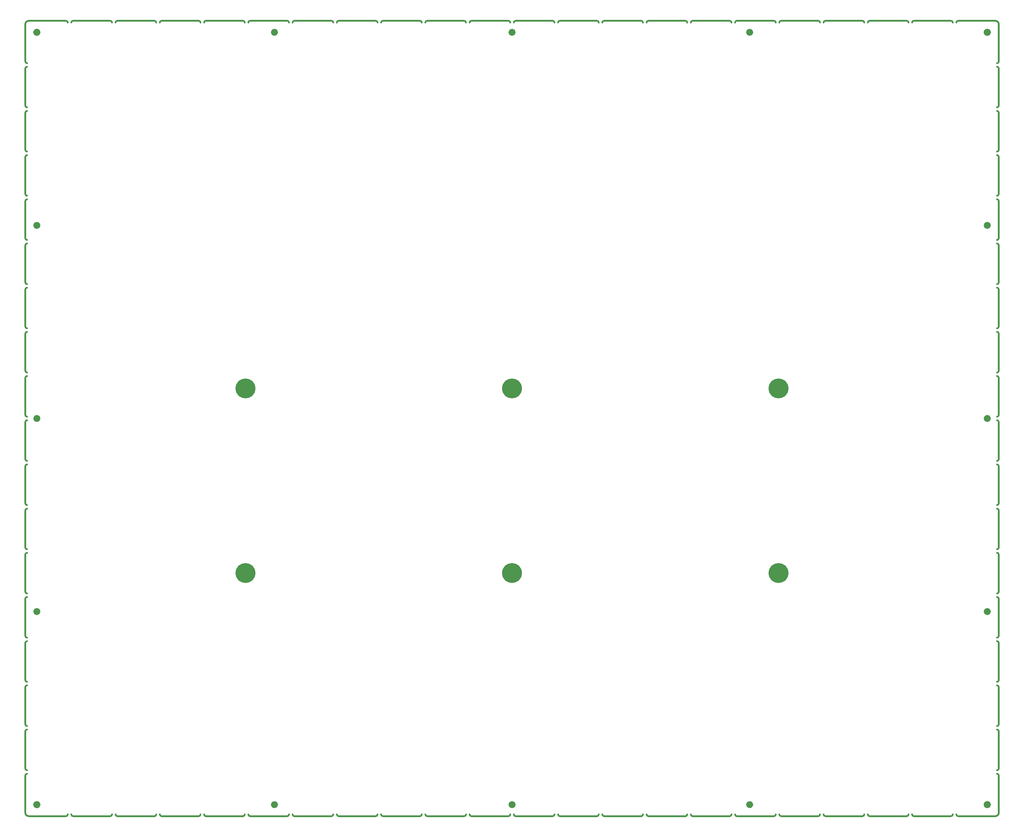
<source format=gbp>
G04 #@! TF.GenerationSoftware,KiCad,Pcbnew,8.0.4+1*
G04 #@! TF.CreationDate,2024-10-16T16:46:03+00:00*
G04 #@! TF.ProjectId,stencil,7374656e-6369-46c2-9e6b-696361645f70,4.0.0*
G04 #@! TF.SameCoordinates,Original*
G04 #@! TF.FileFunction,Paste,Bot*
G04 #@! TF.FilePolarity,Positive*
%FSLAX46Y46*%
G04 Gerber Fmt 4.6, Leading zero omitted, Abs format (unit mm)*
G04 Created by KiCad (PCBNEW 8.0.4+1) date 2024-10-16 16:46:03*
%MOMM*%
%LPD*%
G01*
G04 APERTURE LIST*
%ADD10C,0.500000*%
%ADD11C,1.000000*%
%ADD12C,1.050000*%
%ADD13C,5.600000*%
G04 APERTURE END LIST*
D10*
X-50005615Y54494389D02*
G75*
G02*
X-49505615Y54994389I500001J-1D01*
G01*
X-12141980Y166994385D02*
G75*
G02*
X-11641980Y167494350I499965J0D01*
G01*
X-50005615Y66938833D02*
G75*
G02*
X-49505615Y67438833I500001J-1D01*
G01*
D11*
X-46255615Y109869385D02*
G75*
G02*
X-47255615Y109869385I-500000J0D01*
G01*
X-47255615Y109869385D02*
G75*
G02*
X-46255615Y109869385I500000J0D01*
G01*
D10*
X-50005615Y66938833D02*
X-50005615Y56494389D01*
X-50005615Y166494385D02*
X-50005615Y156049941D01*
X-50005615Y-32616719D02*
G75*
G02*
X-49505615Y-32116719I500001J-1D01*
G01*
X-26096525Y167494385D02*
G75*
G02*
X-25596525Y166994385I-1J-500001D01*
G01*
D11*
X87494385Y164244385D02*
G75*
G02*
X86494385Y164244385I-500000J0D01*
G01*
X86494385Y164244385D02*
G75*
G02*
X87494385Y164244385I500000J0D01*
G01*
D10*
X223494385Y154549941D02*
G75*
G02*
X223994341Y154049941I0J-499956D01*
G01*
X98448925Y167494385D02*
G75*
G02*
X98948885Y166994385I-40J-500000D01*
G01*
X-49505615Y105772165D02*
G75*
G02*
X-50005615Y106272165I1J500001D01*
G01*
X223994385Y4716613D02*
X223994385Y-5727831D01*
X223994385Y143605497D02*
G75*
G02*
X223494385Y143105485I-500000J-12D01*
G01*
X161221650Y-56005615D02*
G75*
G02*
X160721650Y-56505580I-499965J0D01*
G01*
X312565Y166994385D02*
G75*
G02*
X812565Y167494405I500020J0D01*
G01*
X223994385Y6716613D02*
G75*
G02*
X223494385Y6216585I-500000J-28D01*
G01*
X150267105Y-56505615D02*
G75*
G02*
X149767085Y-56005615I-20J500000D01*
G01*
X38176200Y167494385D02*
X48630745Y167494385D01*
X173676195Y-56005615D02*
G75*
G02*
X173176195Y-56505625I-500010J0D01*
G01*
X87994380Y-56505615D02*
X98448925Y-56505615D01*
X125358015Y167494385D02*
X135812560Y167494385D01*
X73539835Y167494385D02*
G75*
G02*
X74039785Y166994385I-50J-500000D01*
G01*
X-687435Y-56005615D02*
G75*
G02*
X-1187435Y-56505595I-499980J0D01*
G01*
X63085290Y-56505615D02*
X73539835Y-56505615D01*
X223494385Y104772165D02*
G75*
G02*
X223994365Y104272165I0J-499980D01*
G01*
X-38051070Y-56005615D02*
G75*
G02*
X-38551070Y-56505615I-500001J1D01*
G01*
X-50005615Y17161057D02*
X-50005615Y6716613D01*
X-49505615Y55994389D02*
G75*
G02*
X-50005615Y56494389I1J500001D01*
G01*
X223994385Y56494389D02*
G75*
G02*
X223494385Y55994385I-500000J-4D01*
G01*
X223994385Y129161053D02*
X223994385Y118716609D01*
X-49505615Y68438833D02*
G75*
G02*
X-50005615Y68938833I1J500001D01*
G01*
X87994380Y-56505615D02*
G75*
G02*
X87494385Y-56005615I5J500000D01*
G01*
X-13141980Y-56005615D02*
G75*
G02*
X-13641980Y-56505620I-500005J0D01*
G01*
X174676195Y166994385D02*
G75*
G02*
X175176195Y167494375I499990J0D01*
G01*
X162221650Y166994385D02*
G75*
G02*
X162721650Y167494420I500035J0D01*
G01*
X-13641980Y167494385D02*
G75*
G02*
X-13141985Y166994385I-5J-500000D01*
G01*
X149767105Y166994385D02*
G75*
G02*
X150267105Y167494365I499980J0D01*
G01*
X112903470Y-56505615D02*
G75*
G02*
X112403485Y-56005615I15J500000D01*
G01*
X62585290Y166994385D02*
G75*
G02*
X63085290Y167494380I499995J0D01*
G01*
X-50005615Y91827721D02*
X-50005615Y81383277D01*
X75539835Y-56505615D02*
G75*
G02*
X75039885Y-56005615I50J500000D01*
G01*
X223994385Y-45061163D02*
X223994385Y-55505607D01*
X223494385Y42549945D02*
G75*
G02*
X223994345Y42049945I0J-499960D01*
G01*
X-50005615Y79383277D02*
G75*
G02*
X-49505615Y79883277I500001J-1D01*
G01*
X223994385Y44049945D02*
G75*
G02*
X223494385Y43549985I-500000J40D01*
G01*
X112903470Y167494385D02*
X123358015Y167494385D01*
X162721650Y167494385D02*
X173176195Y167494385D01*
X-24096525Y167494385D02*
X-13641980Y167494385D01*
X-50005615Y154049941D02*
X-50005615Y143605497D01*
X223994385Y93827721D02*
G75*
G02*
X223494385Y93327685I-500000J-36D01*
G01*
X223994385Y31605501D02*
G75*
G02*
X223494385Y31105485I-500000J-16D01*
G01*
X137312560Y166994385D02*
G75*
G02*
X137812560Y167494410I500025J0D01*
G01*
X38176200Y-56505615D02*
X48630745Y-56505615D01*
X-50005615Y29605501D02*
G75*
G02*
X-49505615Y30105501I500001J-1D01*
G01*
X-11641980Y-56505615D02*
G75*
G02*
X-12142015Y-56005615I-35J500000D01*
G01*
X212539830Y-56505615D02*
G75*
G02*
X212039785Y-56005615I-45J500000D01*
G01*
X-50005615Y54494389D02*
X-50005615Y44049945D01*
D11*
X221244385Y109869385D02*
G75*
G02*
X220244385Y109869385I-500000J0D01*
G01*
X220244385Y109869385D02*
G75*
G02*
X221244385Y109869385I500000J0D01*
G01*
D10*
X-36551070Y-56505615D02*
X-26096525Y-56505615D01*
X11267110Y167494385D02*
G75*
G02*
X11767085Y166994385I-25J-500000D01*
G01*
X223994385Y91827721D02*
X223994385Y81383277D01*
X112903470Y-56505615D02*
X123358015Y-56505615D01*
D12*
X221269385Y-53255615D02*
G75*
G02*
X220219385Y-53255615I-525000J0D01*
G01*
X220219385Y-53255615D02*
G75*
G02*
X221269385Y-53255615I525000J0D01*
G01*
D10*
X-50005615Y17161057D02*
G75*
G02*
X-49505615Y17661057I500001J-1D01*
G01*
X223494385Y5216613D02*
G75*
G02*
X223994413Y4716613I0J-500028D01*
G01*
X187130740Y166994385D02*
G75*
G02*
X187630740Y167494430I500045J0D01*
G01*
X198085285Y167494385D02*
G75*
G02*
X198585285Y166994385I0J-500000D01*
G01*
X-24096525Y-56505615D02*
G75*
G02*
X-24596525Y-56005615I1J500001D01*
G01*
X200085285Y-56505615D02*
X210539830Y-56505615D01*
X-50005615Y116716609D02*
G75*
G02*
X-49505615Y117216609I500001J-1D01*
G01*
X100448925Y-56505615D02*
X110903470Y-56505615D01*
X25721655Y-56505615D02*
G75*
G02*
X25221685Y-56005615I30J500000D01*
G01*
X223494385Y117216609D02*
G75*
G02*
X223994409Y116716609I0J-500024D01*
G01*
X223494385Y-7227831D02*
G75*
G02*
X223994369Y-7727831I0J-499984D01*
G01*
X-37051070Y166994385D02*
G75*
G02*
X-36551070Y167494385I500001J-1D01*
G01*
X136312560Y-56005615D02*
G75*
G02*
X135812560Y-56505590I-499975J0D01*
G01*
X-49005615Y167494385D02*
X-38551070Y167494385D01*
X50130745Y166994385D02*
G75*
G02*
X50630745Y167494425I500040J0D01*
G01*
X125358015Y-56505615D02*
G75*
G02*
X124857985Y-56005615I-30J500000D01*
G01*
X173176195Y167494385D02*
G75*
G02*
X173676185Y166994385I-10J-500000D01*
G01*
X111403470Y-56005615D02*
G75*
G02*
X110903470Y-56505600I-499985J0D01*
G01*
X200085285Y167494385D02*
X210539830Y167494385D01*
X187630740Y-56505615D02*
G75*
G02*
X187130785Y-56005615I45J500000D01*
G01*
X223994385Y-32616719D02*
X223994385Y-43061163D01*
X-25596525Y-56005615D02*
G75*
G02*
X-26096525Y-56505615I-500001J1D01*
G01*
X223994385Y42049945D02*
X223994385Y31605501D01*
X187630740Y-56505615D02*
X198085285Y-56505615D01*
X223494385Y54994389D02*
G75*
G02*
X223994389Y54494389I0J-500004D01*
G01*
X223494385Y129661053D02*
G75*
G02*
X223994353Y129161053I0J-499968D01*
G01*
X223494385Y17661057D02*
G75*
G02*
X223994357Y17161057I0J-499972D01*
G01*
X223994385Y-43061163D02*
G75*
G02*
X223494385Y-43561115I-500000J48D01*
G01*
X137812560Y-56505615D02*
G75*
G02*
X137312585Y-56005615I25J500000D01*
G01*
X-49505615Y118216609D02*
G75*
G02*
X-50005615Y118716609I1J500001D01*
G01*
X61085290Y167494385D02*
G75*
G02*
X61585285Y166994385I-5J-500000D01*
G01*
X-49505615Y-31116719D02*
G75*
G02*
X-50005615Y-30616719I1J500001D01*
G01*
X199585285Y166994385D02*
G75*
G02*
X200085285Y167494385I500000J0D01*
G01*
X223494385Y-44561163D02*
G75*
G02*
X223994337Y-45061163I0J-499952D01*
G01*
X-50005615Y42049945D02*
G75*
G02*
X-49505615Y42549945I500001J-1D01*
G01*
X160721650Y167494385D02*
G75*
G02*
X161221685Y166994385I35J-500000D01*
G01*
X223494385Y-19672275D02*
G75*
G02*
X223994425Y-20172275I0J-500040D01*
G01*
X223494385Y79883277D02*
G75*
G02*
X223994377Y79383277I0J-499992D01*
G01*
X75539835Y-56505615D02*
X85994380Y-56505615D01*
X812565Y-56505615D02*
G75*
G02*
X312585Y-56005615I20J500000D01*
G01*
X86494380Y-56005615D02*
G75*
G02*
X85994380Y-56505610I-499995J0D01*
G01*
X-50005615Y154049941D02*
G75*
G02*
X-49505615Y154549941I500001J-1D01*
G01*
X11767110Y-56005615D02*
G75*
G02*
X11267110Y-56505640I-500025J0D01*
G01*
X-49505615Y6216613D02*
G75*
G02*
X-50005615Y6716613I1J500001D01*
G01*
X-50005615Y129161053D02*
G75*
G02*
X-49505615Y129661053I500001J-1D01*
G01*
X61585290Y-56005615D02*
G75*
G02*
X61085290Y-56505620I-500005J0D01*
G01*
X-50005615Y91827721D02*
G75*
G02*
X-49505615Y92327721I500001J-1D01*
G01*
X137812560Y167494385D02*
X148267105Y167494385D01*
X-24096525Y-56505615D02*
X-13641980Y-56505615D01*
X-50005615Y79383277D02*
X-50005615Y68938833D01*
X112403470Y166994385D02*
G75*
G02*
X112903470Y167494400I500015J0D01*
G01*
X-38551070Y167494385D02*
G75*
G02*
X-38051070Y166994385I-1J-500001D01*
G01*
X223994385Y-7727831D02*
X223994385Y-18172275D01*
X223994385Y116716609D02*
X223994385Y106272165D01*
X150267105Y-56505615D02*
X160721650Y-56505615D01*
X223994385Y54494389D02*
X223994385Y44049945D01*
X87494380Y166994385D02*
G75*
G02*
X87994380Y167494390I500005J0D01*
G01*
X198585285Y-56005615D02*
G75*
G02*
X198085285Y-56505615I-500000J0D01*
G01*
X223994385Y81383277D02*
G75*
G02*
X223494385Y80883285I-500000J8D01*
G01*
X-50005615Y104272165D02*
G75*
G02*
X-49505615Y104772165I500001J-1D01*
G01*
D11*
X154369385Y164244385D02*
G75*
G02*
X153369385Y164244385I-500000J0D01*
G01*
X153369385Y164244385D02*
G75*
G02*
X154369385Y164244385I500000J0D01*
G01*
D10*
X36676200Y-56005615D02*
G75*
G02*
X36176200Y-56505630I-500015J0D01*
G01*
X175176195Y-56505615D02*
X185630740Y-56505615D01*
X-50005615Y-7727831D02*
G75*
G02*
X-49505615Y-7227831I500001J-1D01*
G01*
D11*
X221244385Y55494385D02*
G75*
G02*
X220244385Y55494385I-500000J0D01*
G01*
X220244385Y55494385D02*
G75*
G02*
X221244385Y55494385I500000J0D01*
G01*
D10*
X49130745Y-56005615D02*
G75*
G02*
X48630745Y-56505575I-499960J0D01*
G01*
X223994385Y79383277D02*
X223994385Y68938833D01*
X812565Y167494385D02*
X11267110Y167494385D01*
X125358015Y-56505615D02*
X135812560Y-56505615D01*
X13267110Y167494385D02*
X23721655Y167494385D01*
X124858015Y166994385D02*
G75*
G02*
X125358015Y167494355I499970J0D01*
G01*
X24221655Y-56005615D02*
G75*
G02*
X23721655Y-56505585I-499970J0D01*
G01*
X223994385Y68938833D02*
G75*
G02*
X223494385Y68438785I-500000J-48D01*
G01*
X110903470Y167494385D02*
G75*
G02*
X111403485Y166994385I15J-500000D01*
G01*
X123358015Y167494385D02*
G75*
G02*
X123857985Y166994385I-30J-500000D01*
G01*
X48630745Y167494385D02*
G75*
G02*
X49130785Y166994385I40J-500000D01*
G01*
X212539830Y167494385D02*
X222994375Y167494385D01*
X223994385Y17161057D02*
X223994385Y6716613D01*
X135812560Y167494385D02*
G75*
G02*
X136312585Y166994385I25J-500000D01*
G01*
X-49505615Y93327721D02*
G75*
G02*
X-50005615Y93827721I1J500001D01*
G01*
X-24596525Y166994385D02*
G75*
G02*
X-24096525Y167494385I500001J-1D01*
G01*
X-50005615Y116716609D02*
X-50005615Y106272165D01*
X812565Y-56505615D02*
X11267110Y-56505615D01*
X223994385Y131161053D02*
G75*
G02*
X223494385Y130661085I-500000J32D01*
G01*
X223994385Y156049941D02*
G75*
G02*
X223494385Y155549985I-500000J44D01*
G01*
X123858015Y-56005615D02*
G75*
G02*
X123358015Y-56505645I-500030J0D01*
G01*
X-50005615Y4716613D02*
X-50005615Y-5727831D01*
X162721650Y-56505615D02*
X173176195Y-56505615D01*
X-50005615Y-7727831D02*
X-50005615Y-18172275D01*
X185630740Y167494385D02*
G75*
G02*
X186130785Y166994385I45J-500000D01*
G01*
X37676200Y166994385D02*
G75*
G02*
X38176200Y167494370I499985J0D01*
G01*
X13267110Y-56505615D02*
G75*
G02*
X12767085Y-56005615I-25J500000D01*
G01*
X148767105Y-56005615D02*
G75*
G02*
X148267105Y-56505635I-500020J0D01*
G01*
X-49505615Y18661057D02*
G75*
G02*
X-50005615Y19161057I1J500001D01*
G01*
X-50005615Y129161053D02*
X-50005615Y118716609D01*
X-49505615Y-6227831D02*
G75*
G02*
X-50005615Y-5727831I1J500001D01*
G01*
X223494385Y67438833D02*
G75*
G02*
X223994433Y66938833I0J-500048D01*
G01*
X63085290Y-56505615D02*
G75*
G02*
X62585285Y-56005615I-5J500000D01*
G01*
D11*
X87494385Y-53255615D02*
G75*
G02*
X86494385Y-53255615I-500000J0D01*
G01*
X86494385Y-53255615D02*
G75*
G02*
X87494385Y-53255615I500000J0D01*
G01*
D10*
X12767110Y166994385D02*
G75*
G02*
X13267110Y167494360I499975J0D01*
G01*
X223994385Y141605497D02*
X223994385Y131161053D01*
X148267105Y167494385D02*
G75*
G02*
X148767085Y166994385I-20J-500000D01*
G01*
X-50005615Y141605497D02*
G75*
G02*
X-49505615Y142105497I500001J-1D01*
G01*
X75039835Y166994385D02*
G75*
G02*
X75539835Y167494435I500050J0D01*
G01*
X223994385Y66938833D02*
X223994385Y56494389D01*
X85994380Y167494385D02*
G75*
G02*
X86494385Y166994385I5J-500000D01*
G01*
X99948925Y166994385D02*
G75*
G02*
X100448925Y167494345I499960J0D01*
G01*
X-49005615Y-56505615D02*
X-38551070Y-56505615D01*
X-49505615Y-18672275D02*
G75*
G02*
X-50005615Y-18172275I1J500001D01*
G01*
X-49505615Y-43561163D02*
G75*
G02*
X-50005615Y-43061163I1J500001D01*
G01*
X210539830Y167494385D02*
G75*
G02*
X211039785Y166994385I-45J-500000D01*
G01*
X75539835Y167494385D02*
X85994380Y167494385D01*
X-1187435Y167494385D02*
G75*
G02*
X-687415Y166994385I20J-500000D01*
G01*
X50630745Y-56505615D02*
G75*
G02*
X50130785Y-56005615I40J500000D01*
G01*
X186130740Y-56005615D02*
G75*
G02*
X185630740Y-56505570I-499955J0D01*
G01*
X-50005615Y-45061163D02*
X-50005615Y-55505607D01*
X-49005615Y-56505615D02*
G75*
G02*
X-50005615Y-55505615I-1J999999D01*
G01*
X-36551070Y-56505615D02*
G75*
G02*
X-37051070Y-56005615I1J500001D01*
G01*
D11*
X-46255615Y55494385D02*
G75*
G02*
X-47255615Y55494385I-500000J0D01*
G01*
X-47255615Y55494385D02*
G75*
G02*
X-46255615Y55494385I500000J0D01*
G01*
D10*
X-36551070Y167494385D02*
X-26096525Y167494385D01*
X162721650Y-56505615D02*
G75*
G02*
X162221685Y-56005615I35J500000D01*
G01*
X150267105Y167494385D02*
X160721650Y167494385D01*
X-11641980Y167494385D02*
X-1187435Y167494385D01*
X100448925Y-56505615D02*
G75*
G02*
X99948885Y-56005615I-40J500000D01*
G01*
X-49505615Y155549941D02*
G75*
G02*
X-50005615Y156049941I1J500001D01*
G01*
X223994385Y154049941D02*
X223994385Y143605497D01*
X223994385Y-20172275D02*
X223994385Y-30616719D01*
D11*
X221244385Y1119385D02*
G75*
G02*
X220244385Y1119385I-500000J0D01*
G01*
X220244385Y1119385D02*
G75*
G02*
X221244385Y1119385I500000J0D01*
G01*
D10*
X-50005615Y-45061163D02*
G75*
G02*
X-49505615Y-44561163I500001J-1D01*
G01*
X25221655Y166994385D02*
G75*
G02*
X25721655Y167494415I500030J0D01*
G01*
X-49505615Y31105501D02*
G75*
G02*
X-50005615Y31605501I1J500001D01*
G01*
X223994385Y106272165D02*
G75*
G02*
X223494385Y105772185I-500000J20D01*
G01*
D12*
X-46230615Y164244385D02*
G75*
G02*
X-47280615Y164244385I-525000J0D01*
G01*
X-47280615Y164244385D02*
G75*
G02*
X-46230615Y164244385I525000J0D01*
G01*
D10*
X175176195Y167494385D02*
X185630740Y167494385D01*
X200085285Y-56505615D02*
G75*
G02*
X199585285Y-56005615I0J500000D01*
G01*
X223494385Y142105497D02*
G75*
G02*
X223994397Y141605497I0J-500012D01*
G01*
X223994385Y-30616719D02*
G75*
G02*
X223494385Y-31116715I-500000J4D01*
G01*
X87994380Y167494385D02*
X98448925Y167494385D01*
X-50005615Y166494385D02*
G75*
G02*
X-49005615Y167494385I999999J1D01*
G01*
X100448925Y167494385D02*
X110903470Y167494385D01*
D12*
X-46230615Y-53255615D02*
G75*
G02*
X-47280615Y-53255615I-525000J0D01*
G01*
X-47280615Y-53255615D02*
G75*
G02*
X-46230615Y-53255615I525000J0D01*
G01*
D10*
X-50005615Y-32616719D02*
X-50005615Y-43061163D01*
X-50005615Y4716613D02*
G75*
G02*
X-49505615Y5216613I500001J-1D01*
G01*
X211039830Y-56005615D02*
G75*
G02*
X210539830Y-56505660I-500045J0D01*
G01*
X-50005615Y-20172275D02*
X-50005615Y-30616719D01*
X212039830Y166994385D02*
G75*
G02*
X212539830Y167494340I499955J0D01*
G01*
X-50005615Y29605501D02*
X-50005615Y19161057D01*
X-49505615Y143105497D02*
G75*
G02*
X-50005615Y143605497I1J500001D01*
G01*
D11*
X-46255615Y1119385D02*
G75*
G02*
X-47255615Y1119385I-500000J0D01*
G01*
X-47255615Y1119385D02*
G75*
G02*
X-46255615Y1119385I500000J0D01*
G01*
D10*
X-49505615Y130661053D02*
G75*
G02*
X-50005615Y131161053I1J500001D01*
G01*
X25721655Y167494385D02*
X36176200Y167494385D01*
D11*
X20619385Y164244385D02*
G75*
G02*
X19619385Y164244385I-500000J0D01*
G01*
X19619385Y164244385D02*
G75*
G02*
X20619385Y164244385I500000J0D01*
G01*
D10*
X223994385Y19161057D02*
G75*
G02*
X223494385Y18661085I-500000J28D01*
G01*
X223994385Y118716609D02*
G75*
G02*
X223494385Y118216585I-500000J-24D01*
G01*
X223994385Y29605501D02*
X223994385Y19161057D01*
X223994385Y-55505615D02*
G75*
G02*
X222994385Y-56505615I-1000000J0D01*
G01*
X-50005615Y-20172275D02*
G75*
G02*
X-49505615Y-19672275I500001J-1D01*
G01*
X223494385Y30105501D02*
G75*
G02*
X223994401Y29605501I0J-500016D01*
G01*
X-49505615Y80883277D02*
G75*
G02*
X-50005615Y81383277I1J500001D01*
G01*
D11*
X20619385Y-53255615D02*
G75*
G02*
X19619385Y-53255615I-500000J0D01*
G01*
X19619385Y-53255615D02*
G75*
G02*
X20619385Y-53255615I500000J0D01*
G01*
D10*
X63085290Y167494385D02*
X73539835Y167494385D01*
X222994385Y167494385D02*
G75*
G02*
X223994385Y166494385I0J-1000000D01*
G01*
X-50005615Y104272165D02*
X-50005615Y93827721D01*
X23721655Y167494385D02*
G75*
G02*
X24221685Y166994385I30J-500000D01*
G01*
X-11641980Y-56505615D02*
X-1187435Y-56505615D01*
X-50005615Y141605497D02*
X-50005615Y131161053D01*
X50630745Y167494385D02*
X61085290Y167494385D01*
X137812560Y-56505615D02*
X148267105Y-56505615D01*
X223994385Y166494385D02*
X223994385Y156049941D01*
X223494385Y-32116719D02*
G75*
G02*
X223994381Y-32616719I0J-499996D01*
G01*
X-49505615Y43549945D02*
G75*
G02*
X-50005615Y44049945I1J500001D01*
G01*
X223994385Y-5727831D02*
G75*
G02*
X223494385Y-6227815I-500000J16D01*
G01*
X98948925Y-56005615D02*
G75*
G02*
X98448925Y-56505655I-500040J0D01*
G01*
X74039835Y-56005615D02*
G75*
G02*
X73539835Y-56505665I-500050J0D01*
G01*
X223994385Y-18172275D02*
G75*
G02*
X223494385Y-18672315I-500000J-40D01*
G01*
D12*
X221269385Y164244385D02*
G75*
G02*
X220219385Y164244385I-525000J0D01*
G01*
X220219385Y164244385D02*
G75*
G02*
X221269385Y164244385I525000J0D01*
G01*
D10*
X175176195Y-56505615D02*
G75*
G02*
X174676185Y-56005615I-10J500000D01*
G01*
X38176200Y-56505615D02*
G75*
G02*
X37676185Y-56005615I-15J500000D01*
G01*
X223994385Y104272165D02*
X223994385Y93827721D01*
X212539830Y-56505615D02*
X222994375Y-56505615D01*
X13267110Y-56505615D02*
X23721655Y-56505615D01*
X36176200Y167494385D02*
G75*
G02*
X36676185Y166994385I-15J-500000D01*
G01*
X-50005615Y42049945D02*
X-50005615Y31605501D01*
X25721655Y-56505615D02*
X36176200Y-56505615D01*
D11*
X154369385Y-53255615D02*
G75*
G02*
X153369385Y-53255615I-500000J0D01*
G01*
X153369385Y-53255615D02*
G75*
G02*
X154369385Y-53255615I500000J0D01*
G01*
D10*
X223494385Y92327721D02*
G75*
G02*
X223994421Y91827721I0J-500036D01*
G01*
X187630740Y167494385D02*
X198085285Y167494385D01*
X50630745Y-56505615D02*
X61085290Y-56505615D01*
D13*
G04 #@! TO.C,H13*
X11994385Y11994385D03*
G04 #@! TD*
G04 #@! TO.C,H9*
X86994385Y63994385D03*
G04 #@! TD*
G04 #@! TO.C,H10*
X11994385Y63994385D03*
G04 #@! TD*
G04 #@! TO.C,H8*
X161994385Y63994385D03*
G04 #@! TD*
G04 #@! TO.C,H12*
X86994385Y11994385D03*
G04 #@! TD*
G04 #@! TO.C,H11*
X161994385Y11994385D03*
G04 #@! TD*
M02*

</source>
